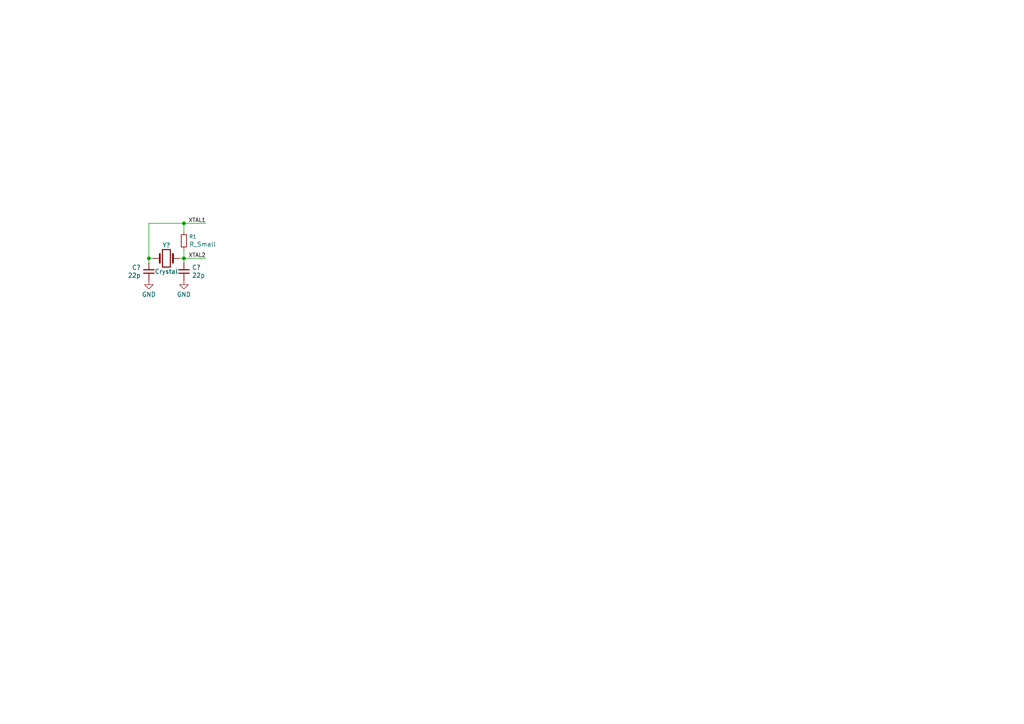
<source format=kicad_sch>
(kicad_sch (version 20250114) (generator "eeschema") (generator_version "9.0")
  (paper "A4")
  (title_block (title "USB tiny-VT") (date "2014-05-11") (rev "0.3") (company "LOFITECH"))
  (lib_symbols
    (symbol "Device:C_Small" (pin_numbers (hide yes)) (pin_names (offset 0.254) (hide yes))
      (property "Reference" "C" (at 0.254 1.778 0))
      (property "Value" "C_Small" (at 0.254 -2.032 0))
      (symbol "C_Small_0_1"
        (polyline (pts (xy -1.524 0.508) (xy 1.524 0.508)) (stroke (width 0.3048)))
        (polyline (pts (xy -1.524 -0.508) (xy 1.524 -0.508)) (stroke (width 0.3302)))
      )
      (symbol "C_Small_1_1"
        (pin passive line (at 0 2.54 270) (length 2.032) (name "~") (number "1"))
        (pin passive line (at 0 -2.54 90) (length 2.032) (name "~") (number "2"))
      )
    )
    (symbol "Device:Crystal" (pin_numbers (hide yes)) (pin_names (offset 1.016) (hide yes))
      (property "Reference" "Y" (at 0 3.81 0))
      (property "Value" "Crystal" (at 0 -3.81 0))
      (symbol "Crystal_0_1"
        (polyline (pts (xy -2.54 0) (xy -1.905 0)))
        (polyline (pts (xy -1.905 -1.27) (xy -1.905 1.27)) (stroke (width 0.508)))
        (rectangle (start -1.143 2.54) (end 1.143 -2.54) (stroke (width 0.3048)))
        (polyline (pts (xy 1.905 -1.27) (xy 1.905 1.27)) (stroke (width 0.508)))
        (polyline (pts (xy 2.54 0) (xy 1.905 0)))
      )
      (symbol "Crystal_1_1"
        (pin passive line (at -3.81 0 0) (length 1.27) (name "1") (number "1"))
        (pin passive line (at 3.81 0 180) (length 1.27) (name "2") (number "2"))
      )
    )
    (symbol "Device:R_Small" (pin_numbers (hide yes)) (pin_names (offset 0.254) (hide yes))
      (property "Reference" "R" (at 0 0 90))
      (property "Value" "R_Small" (at 1.778 0 90))
      (symbol "R_Small_0_1"
        (rectangle (start -0.762 1.778) (end 0.762 -1.778) (stroke (width 0.2032)))
      )
      (symbol "R_Small_1_1"
        (pin passive line (at 0 2.54 270) (length 0.762) (name "~") (number "1"))
        (pin passive line (at 0 -2.54 90) (length 0.762) (name "~") (number "2"))
      )
    )
    (symbol "power:GND" (power) (pin_numbers (hide yes)) (pin_names (offset 0) (hide yes))
      (property "Value" "GND" (at 0 -3.81 0))
      (symbol "GND_0_1"
        (polyline (pts (xy 0 0) (xy 0 -1.27) (xy 1.27 -1.27) (xy 0 -2.54) (xy -1.27 -1.27) (xy 0 -1.27)))
      )
      (symbol "GND_1_1"
        (pin power_in line (at 0 0 270) (length 0) (name "~") (number "1"))
      )
    )
  )
  (junction (at 53.34 64.77))
  (junction (at 43.18 74.93))
  (junction (at 53.34 74.93))
  (wire (pts (xy 43.18 64.77) (xy 43.18 74.93)))
  (wire (pts (xy 53.34 74.93) (xy 53.34 76.2)))
  (wire (pts (xy 53.34 72.39) (xy 53.34 74.93)))
  (wire (pts (xy 52.07 74.93) (xy 53.34 74.93)))
  (wire (pts (xy 44.45 74.93) (xy 43.18 74.93)))
  (wire (pts (xy 43.18 74.93) (xy 43.18 76.2)))
  (wire (pts (xy 59.69 64.77) (xy 53.34 64.77)))
  (wire (pts (xy 53.34 64.77) (xy 43.18 64.77)))
  (wire (pts (xy 53.34 74.93) (xy 59.69 74.93)))
  (wire (pts (xy 53.34 67.31) (xy 53.34 64.77)))
  (label "XTAL2" (at 59.69 74.93 180) (effects (font (size 1.1176 1.1176))))
  (label "XTAL1" (at 59.69 64.77 180) (effects (font (size 1.1176 1.1176))))
  (symbol (lib_id "Device:Crystal") (at 48.26 74.93 0) (unit 1)
    (property "Reference" "Y?" (at 48.26 71.12 0))
    (property "Value" "Crystal" (at 48.26 78.74 0))
  )
  (symbol (lib_id "Device:C_Small") (at 43.18 78.74 0) (mirror x) (unit 1)
    (property "Reference" "C?" (at 40.8432 77.5716 0) (effects (justify right)))
    (property "Value" "22p" (at 40.8432 79.883 0) (effects (justify right)))
  )
  (symbol (lib_id "Device:C_Small") (at 53.34 78.74 180) (unit 1)
    (property "Reference" "C?" (at 55.6768 77.5716 0) (effects (justify right)))
    (property "Value" "22p" (at 55.6768 79.883 0) (effects (justify right)))
  )
  (symbol (lib_id "power:GND") (at 43.18 81.28 0) (unit 1)
    (property "Reference" "#PWR01" (effects (hide yes)))
    (property "Value" "GND" (at 43.18 85.4131 0))
    (property "Description" "Power symbol creates a global label with name \"GND\" , ground" (effects (hide yes)))
  )
  (symbol (lib_id "Device:R_Small") (at 53.34 69.85 0) (unit 1)
    (property "Reference" "R1" (at 54.8386 68.6378 0) (effects (font (size 1.016 1.016)) (justify left)))
    (property "Value" "R_Small" (at 54.8386 70.8577 0) (effects (justify left)))
    (property "Description" "Resistor, small symbol" (effects (hide yes)))
  )
  (symbol (lib_id "power:GND") (at 53.34 81.28 0) (unit 1)
    (property "Reference" "#PWR02" (effects (hide yes)))
    (property "Value" "GND" (at 53.34 85.4131 0))
    (property "Description" "Power symbol creates a global label with name \"GND\" , ground" (effects (hide yes)))
  )
)
</source>
